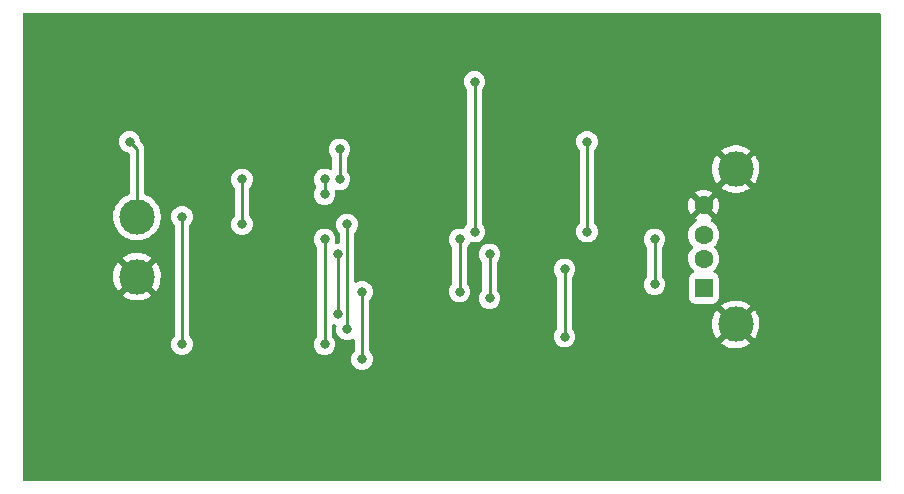
<source format=gbr>
%TF.GenerationSoftware,KiCad,Pcbnew,(6.0.4)*%
%TF.CreationDate,2022-04-26T23:43:01-07:00*%
%TF.ProjectId,SolarChargerV2,536f6c61-7243-4686-9172-67657256322e,rev?*%
%TF.SameCoordinates,Original*%
%TF.FileFunction,Copper,L2,Bot*%
%TF.FilePolarity,Positive*%
%FSLAX46Y46*%
G04 Gerber Fmt 4.6, Leading zero omitted, Abs format (unit mm)*
G04 Created by KiCad (PCBNEW (6.0.4)) date 2022-04-26 23:43:01*
%MOMM*%
%LPD*%
G01*
G04 APERTURE LIST*
%TA.AperFunction,ComponentPad*%
%ADD10C,3.000000*%
%TD*%
%TA.AperFunction,ComponentPad*%
%ADD11R,1.500000X1.600000*%
%TD*%
%TA.AperFunction,ComponentPad*%
%ADD12C,1.600000*%
%TD*%
%TA.AperFunction,ViaPad*%
%ADD13C,0.800000*%
%TD*%
%TA.AperFunction,Conductor*%
%ADD14C,0.250000*%
%TD*%
G04 APERTURE END LIST*
D10*
%TO.P,SC1,1,+*%
%TO.N,Net-(C1-Pad1)*%
X104140000Y-68580000D03*
%TO.P,SC1,2,-*%
%TO.N,GND*%
X104140000Y-73660000D03*
%TD*%
D11*
%TO.P,J1,1,VBUS*%
%TO.N,Net-(C7-Pad1)*%
X152120000Y-74620000D03*
D12*
%TO.P,J1,2,D-*%
%TO.N,unconnected-(J1-Pad2)*%
X152120000Y-72120000D03*
%TO.P,J1,3,D+*%
%TO.N,unconnected-(J1-Pad3)*%
X152120000Y-70120000D03*
%TO.P,J1,4,GND*%
%TO.N,GND*%
X152120000Y-67620000D03*
D10*
%TO.P,J1,5,Shield*%
X154830000Y-64550000D03*
X154830000Y-77690000D03*
%TD*%
D13*
%TO.N,Net-(C4-Pad1)*%
X120015000Y-70485000D03*
X120015000Y-79375000D03*
%TO.N,Net-(C5-Pad1)*%
X140335000Y-78740000D03*
X140335000Y-73025000D03*
%TO.N,GND*%
X127000000Y-81915000D03*
X100965000Y-64365000D03*
X127000000Y-74205500D03*
X147320000Y-64770000D03*
X104140000Y-76835000D03*
X147320000Y-59690000D03*
X109855000Y-74930000D03*
X109855000Y-79375000D03*
X100965000Y-73660000D03*
X104140000Y-83820000D03*
X109855000Y-82550000D03*
%TO.N,Net-(C1-Pad1)*%
X103505000Y-62230000D03*
X107950000Y-79375000D03*
X107950000Y-68580000D03*
%TO.N,Net-(C2-Pad1)*%
X120015000Y-65405000D03*
X113030000Y-69215000D03*
X120015000Y-66675000D03*
X113030000Y-65405000D03*
%TO.N,Net-(R3-Pad1)*%
X123190000Y-74930000D03*
X131445000Y-70485000D03*
X131445000Y-74930000D03*
X123190000Y-80645000D03*
%TO.N,Net-(R4-Pad1)*%
X121920000Y-69215000D03*
X121920000Y-78105000D03*
%TO.N,Net-(C7-Pad1)*%
X142240000Y-62230000D03*
X147955000Y-70485000D03*
X142240000Y-69850000D03*
X147955000Y-74295000D03*
%TO.N,Net-(R6-Pad2)*%
X121195500Y-71755000D03*
X121195500Y-76835000D03*
%TO.N,Net-(Q1-Pad4)*%
X133985000Y-71755000D03*
X133985000Y-75475500D03*
%TO.N,Net-(C6-Pad1)*%
X132715000Y-69850000D03*
X132715000Y-57150000D03*
%TO.N,Net-(C6-Pad2)*%
X121285000Y-65405000D03*
X121285000Y-62865000D03*
%TD*%
D14*
%TO.N,Net-(C4-Pad1)*%
X120015000Y-79375000D02*
X120015000Y-70485000D01*
%TO.N,Net-(C5-Pad1)*%
X140335000Y-78740000D02*
X140335000Y-73025000D01*
%TO.N,GND*%
X147320000Y-64770000D02*
X147320000Y-59690000D01*
X104140000Y-83820000D02*
X104140000Y-76835000D01*
X127000000Y-74205500D02*
X127000000Y-81915000D01*
X109855000Y-82550000D02*
X109855000Y-79375000D01*
X100965000Y-64365000D02*
X100965000Y-73660000D01*
X109855000Y-74930000D02*
X109855000Y-79375000D01*
%TO.N,Net-(C1-Pad1)*%
X107950000Y-79375000D02*
X107950000Y-68580000D01*
X104140000Y-62865000D02*
X104140000Y-68580000D01*
X103505000Y-62230000D02*
X104140000Y-62865000D01*
%TO.N,Net-(C2-Pad1)*%
X113030000Y-69215000D02*
X113030000Y-65405000D01*
X120015000Y-65405000D02*
X120015000Y-66675000D01*
%TO.N,Net-(R3-Pad1)*%
X131445000Y-74930000D02*
X131445000Y-70485000D01*
X123190000Y-80645000D02*
X123190000Y-74930000D01*
%TO.N,Net-(R4-Pad1)*%
X121920000Y-69215000D02*
X121920000Y-78105000D01*
%TO.N,Net-(C7-Pad1)*%
X142240000Y-62230000D02*
X142240000Y-69850000D01*
X147955000Y-74295000D02*
X147955000Y-70485000D01*
%TO.N,Net-(R6-Pad2)*%
X121195500Y-71755000D02*
X121195500Y-76835000D01*
%TO.N,Net-(Q1-Pad4)*%
X133985000Y-71755000D02*
X133985000Y-75475500D01*
%TO.N,Net-(C6-Pad1)*%
X132715000Y-69850000D02*
X132715000Y-57150000D01*
%TO.N,Net-(C6-Pad2)*%
X121285000Y-62865000D02*
X121285000Y-65405000D01*
%TD*%
%TA.AperFunction,Conductor*%
%TO.N,GND*%
G36*
X167073621Y-51328502D02*
G01*
X167120114Y-51382158D01*
X167131500Y-51434500D01*
X167131500Y-90805500D01*
X167111498Y-90873621D01*
X167057842Y-90920114D01*
X167005500Y-90931500D01*
X94614500Y-90931500D01*
X94546379Y-90911498D01*
X94499886Y-90857842D01*
X94488500Y-90805500D01*
X94488500Y-79375000D01*
X107036496Y-79375000D01*
X107037186Y-79381565D01*
X107053187Y-79533803D01*
X107056458Y-79564928D01*
X107115473Y-79746556D01*
X107210960Y-79911944D01*
X107338747Y-80053866D01*
X107493248Y-80166118D01*
X107499276Y-80168802D01*
X107499278Y-80168803D01*
X107661681Y-80241109D01*
X107667712Y-80243794D01*
X107761113Y-80263647D01*
X107848056Y-80282128D01*
X107848061Y-80282128D01*
X107854513Y-80283500D01*
X108045487Y-80283500D01*
X108051939Y-80282128D01*
X108051944Y-80282128D01*
X108138887Y-80263647D01*
X108232288Y-80243794D01*
X108238319Y-80241109D01*
X108400722Y-80168803D01*
X108400724Y-80168802D01*
X108406752Y-80166118D01*
X108561253Y-80053866D01*
X108689040Y-79911944D01*
X108784527Y-79746556D01*
X108843542Y-79564928D01*
X108846814Y-79533803D01*
X108862814Y-79381565D01*
X108863504Y-79375000D01*
X119101496Y-79375000D01*
X119102186Y-79381565D01*
X119118187Y-79533803D01*
X119121458Y-79564928D01*
X119180473Y-79746556D01*
X119275960Y-79911944D01*
X119403747Y-80053866D01*
X119558248Y-80166118D01*
X119564276Y-80168802D01*
X119564278Y-80168803D01*
X119726681Y-80241109D01*
X119732712Y-80243794D01*
X119826113Y-80263647D01*
X119913056Y-80282128D01*
X119913061Y-80282128D01*
X119919513Y-80283500D01*
X120110487Y-80283500D01*
X120116939Y-80282128D01*
X120116944Y-80282128D01*
X120203887Y-80263647D01*
X120297288Y-80243794D01*
X120303319Y-80241109D01*
X120465722Y-80168803D01*
X120465724Y-80168802D01*
X120471752Y-80166118D01*
X120626253Y-80053866D01*
X120754040Y-79911944D01*
X120849527Y-79746556D01*
X120908542Y-79564928D01*
X120911814Y-79533803D01*
X120927814Y-79381565D01*
X120928504Y-79375000D01*
X120908542Y-79185072D01*
X120849527Y-79003444D01*
X120754040Y-78838056D01*
X120680863Y-78756785D01*
X120650147Y-78692779D01*
X120648500Y-78672476D01*
X120648500Y-77779960D01*
X120668502Y-77711839D01*
X120722158Y-77665346D01*
X120792432Y-77655242D01*
X120825748Y-77664853D01*
X120853454Y-77677188D01*
X120888890Y-77692965D01*
X120913212Y-77703794D01*
X120919667Y-77705166D01*
X120919676Y-77705169D01*
X120946478Y-77710866D01*
X121008951Y-77744594D01*
X121043272Y-77806744D01*
X121040113Y-77873046D01*
X121026458Y-77915072D01*
X121006496Y-78105000D01*
X121007186Y-78111565D01*
X121018055Y-78214974D01*
X121026458Y-78294928D01*
X121085473Y-78476556D01*
X121180960Y-78641944D01*
X121308747Y-78783866D01*
X121463248Y-78896118D01*
X121469276Y-78898802D01*
X121469278Y-78898803D01*
X121631681Y-78971109D01*
X121637712Y-78973794D01*
X121731113Y-78993647D01*
X121818056Y-79012128D01*
X121818061Y-79012128D01*
X121824513Y-79013500D01*
X122015487Y-79013500D01*
X122021939Y-79012128D01*
X122021944Y-79012128D01*
X122108887Y-78993647D01*
X122202288Y-78973794D01*
X122226656Y-78962945D01*
X122376752Y-78896118D01*
X122377677Y-78898196D01*
X122436488Y-78883924D01*
X122503581Y-78907141D01*
X122547472Y-78962945D01*
X122556500Y-79009782D01*
X122556500Y-79942476D01*
X122536498Y-80010597D01*
X122524142Y-80026779D01*
X122450960Y-80108056D01*
X122355473Y-80273444D01*
X122296458Y-80455072D01*
X122276496Y-80645000D01*
X122296458Y-80834928D01*
X122355473Y-81016556D01*
X122450960Y-81181944D01*
X122578747Y-81323866D01*
X122733248Y-81436118D01*
X122739276Y-81438802D01*
X122739278Y-81438803D01*
X122901681Y-81511109D01*
X122907712Y-81513794D01*
X123001112Y-81533647D01*
X123088056Y-81552128D01*
X123088061Y-81552128D01*
X123094513Y-81553500D01*
X123285487Y-81553500D01*
X123291939Y-81552128D01*
X123291944Y-81552128D01*
X123378888Y-81533647D01*
X123472288Y-81513794D01*
X123478319Y-81511109D01*
X123640722Y-81438803D01*
X123640724Y-81438802D01*
X123646752Y-81436118D01*
X123801253Y-81323866D01*
X123929040Y-81181944D01*
X124024527Y-81016556D01*
X124083542Y-80834928D01*
X124103504Y-80645000D01*
X124083542Y-80455072D01*
X124024527Y-80273444D01*
X123929040Y-80108056D01*
X123855863Y-80026785D01*
X123825147Y-79962779D01*
X123823500Y-79942476D01*
X123823500Y-78740000D01*
X139421496Y-78740000D01*
X139422186Y-78746565D01*
X139438187Y-78898803D01*
X139441458Y-78929928D01*
X139500473Y-79111556D01*
X139595960Y-79276944D01*
X139723747Y-79418866D01*
X139878248Y-79531118D01*
X139884276Y-79533802D01*
X139884278Y-79533803D01*
X140046681Y-79606109D01*
X140052712Y-79608794D01*
X140146113Y-79628647D01*
X140233056Y-79647128D01*
X140233061Y-79647128D01*
X140239513Y-79648500D01*
X140430487Y-79648500D01*
X140436939Y-79647128D01*
X140436944Y-79647128D01*
X140523887Y-79628647D01*
X140617288Y-79608794D01*
X140623319Y-79606109D01*
X140785722Y-79533803D01*
X140785724Y-79533802D01*
X140791752Y-79531118D01*
X140946253Y-79418866D01*
X141071600Y-79279654D01*
X153605618Y-79279654D01*
X153612673Y-79289627D01*
X153643679Y-79315551D01*
X153650598Y-79320579D01*
X153875272Y-79461515D01*
X153882807Y-79465556D01*
X154124520Y-79574694D01*
X154132551Y-79577680D01*
X154386832Y-79653002D01*
X154395184Y-79654869D01*
X154657340Y-79694984D01*
X154665874Y-79695700D01*
X154931045Y-79699867D01*
X154939596Y-79699418D01*
X155202883Y-79667557D01*
X155211284Y-79665955D01*
X155467824Y-79598653D01*
X155475926Y-79595926D01*
X155720949Y-79494434D01*
X155728617Y-79490628D01*
X155957598Y-79356822D01*
X155964679Y-79352009D01*
X156044655Y-79289301D01*
X156053125Y-79277442D01*
X156046608Y-79265818D01*
X154842812Y-78062022D01*
X154828868Y-78054408D01*
X154827035Y-78054539D01*
X154820420Y-78058790D01*
X153612910Y-79266300D01*
X153605618Y-79279654D01*
X141071600Y-79279654D01*
X141074040Y-79276944D01*
X141169527Y-79111556D01*
X141228542Y-78929928D01*
X141231814Y-78898803D01*
X141247814Y-78746565D01*
X141248504Y-78740000D01*
X141228542Y-78550072D01*
X141169527Y-78368444D01*
X141074040Y-78203056D01*
X141000863Y-78121785D01*
X140970147Y-78057779D01*
X140968500Y-78037476D01*
X140968500Y-77673204D01*
X152817665Y-77673204D01*
X152832932Y-77937969D01*
X152834005Y-77946470D01*
X152885065Y-78206722D01*
X152887276Y-78214974D01*
X152973184Y-78465894D01*
X152976499Y-78473779D01*
X153095664Y-78710713D01*
X153100020Y-78718079D01*
X153229347Y-78906250D01*
X153239601Y-78914594D01*
X153253342Y-78907448D01*
X154457978Y-77702812D01*
X154464356Y-77691132D01*
X155194408Y-77691132D01*
X155194539Y-77692965D01*
X155198790Y-77699580D01*
X156405730Y-78906520D01*
X156417939Y-78913187D01*
X156429439Y-78904497D01*
X156526831Y-78771913D01*
X156531418Y-78764685D01*
X156657962Y-78531621D01*
X156661530Y-78523827D01*
X156755271Y-78275750D01*
X156757748Y-78267544D01*
X156816954Y-78009038D01*
X156818294Y-78000577D01*
X156842031Y-77734616D01*
X156842277Y-77729677D01*
X156842666Y-77692485D01*
X156842523Y-77687519D01*
X156824362Y-77421123D01*
X156823201Y-77412649D01*
X156769419Y-77152944D01*
X156767120Y-77144709D01*
X156678588Y-76894705D01*
X156675191Y-76886854D01*
X156553550Y-76651178D01*
X156549122Y-76643866D01*
X156430031Y-76474417D01*
X156419509Y-76466037D01*
X156406121Y-76473089D01*
X155202022Y-77677188D01*
X155194408Y-77691132D01*
X154464356Y-77691132D01*
X154465592Y-77688868D01*
X154465461Y-77687035D01*
X154461210Y-77680420D01*
X153253814Y-76473024D01*
X153241804Y-76466466D01*
X153230064Y-76475434D01*
X153121935Y-76625911D01*
X153117418Y-76633196D01*
X152993325Y-76867567D01*
X152989839Y-76875395D01*
X152898700Y-77124446D01*
X152896311Y-77132670D01*
X152839812Y-77391795D01*
X152838563Y-77400250D01*
X152817754Y-77664653D01*
X152817665Y-77673204D01*
X140968500Y-77673204D01*
X140968500Y-76102500D01*
X153606584Y-76102500D01*
X153612980Y-76113770D01*
X154817188Y-77317978D01*
X154831132Y-77325592D01*
X154832965Y-77325461D01*
X154839580Y-77321210D01*
X156046604Y-76114186D01*
X156053795Y-76101017D01*
X156046473Y-76090780D01*
X155999233Y-76052115D01*
X155992261Y-76047160D01*
X155766122Y-75908582D01*
X155758552Y-75904624D01*
X155515704Y-75798022D01*
X155507644Y-75795120D01*
X155252592Y-75722467D01*
X155244214Y-75720685D01*
X154981656Y-75683318D01*
X154973111Y-75682691D01*
X154707908Y-75681302D01*
X154699374Y-75681839D01*
X154436433Y-75716456D01*
X154428035Y-75718149D01*
X154172238Y-75788127D01*
X154164143Y-75790946D01*
X153920199Y-75894997D01*
X153912577Y-75898881D01*
X153685013Y-76035075D01*
X153677981Y-76039962D01*
X153615053Y-76090377D01*
X153606584Y-76102500D01*
X140968500Y-76102500D01*
X140968500Y-74295000D01*
X147041496Y-74295000D01*
X147061458Y-74484928D01*
X147120473Y-74666556D01*
X147123776Y-74672278D01*
X147123777Y-74672279D01*
X147132899Y-74688079D01*
X147215960Y-74831944D01*
X147343747Y-74973866D01*
X147498248Y-75086118D01*
X147504276Y-75088802D01*
X147504278Y-75088803D01*
X147666681Y-75161109D01*
X147672712Y-75163794D01*
X147766113Y-75183647D01*
X147853056Y-75202128D01*
X147853061Y-75202128D01*
X147859513Y-75203500D01*
X148050487Y-75203500D01*
X148056939Y-75202128D01*
X148056944Y-75202128D01*
X148143887Y-75183647D01*
X148237288Y-75163794D01*
X148243319Y-75161109D01*
X148405722Y-75088803D01*
X148405724Y-75088802D01*
X148411752Y-75086118D01*
X148566253Y-74973866D01*
X148694040Y-74831944D01*
X148777101Y-74688079D01*
X148786223Y-74672279D01*
X148786224Y-74672278D01*
X148789527Y-74666556D01*
X148848542Y-74484928D01*
X148868504Y-74295000D01*
X148853377Y-74151076D01*
X148849232Y-74111635D01*
X148849232Y-74111633D01*
X148848542Y-74105072D01*
X148789527Y-73923444D01*
X148780593Y-73907969D01*
X148697341Y-73763774D01*
X148694040Y-73758056D01*
X148620863Y-73676785D01*
X148590147Y-73612779D01*
X148588500Y-73592476D01*
X148588500Y-72120000D01*
X150806502Y-72120000D01*
X150826457Y-72348087D01*
X150827881Y-72353400D01*
X150827881Y-72353402D01*
X150850341Y-72437221D01*
X150885716Y-72569243D01*
X150888039Y-72574224D01*
X150888039Y-72574225D01*
X150980151Y-72771762D01*
X150980154Y-72771767D01*
X150982477Y-72776749D01*
X151113802Y-72964300D01*
X151272642Y-73123140D01*
X151306668Y-73185452D01*
X151301603Y-73256267D01*
X151259056Y-73313103D01*
X151227777Y-73330216D01*
X151181362Y-73347617D01*
X151131705Y-73366232D01*
X151131704Y-73366233D01*
X151123295Y-73369385D01*
X151006739Y-73456739D01*
X150919385Y-73573295D01*
X150868255Y-73709684D01*
X150861500Y-73771866D01*
X150861500Y-75468134D01*
X150868255Y-75530316D01*
X150919385Y-75666705D01*
X151006739Y-75783261D01*
X151123295Y-75870615D01*
X151259684Y-75921745D01*
X151321866Y-75928500D01*
X152918134Y-75928500D01*
X152980316Y-75921745D01*
X153116705Y-75870615D01*
X153233261Y-75783261D01*
X153320615Y-75666705D01*
X153371745Y-75530316D01*
X153378500Y-75468134D01*
X153378500Y-73771866D01*
X153371745Y-73709684D01*
X153320615Y-73573295D01*
X153233261Y-73456739D01*
X153116705Y-73369385D01*
X153108296Y-73366233D01*
X153108295Y-73366232D01*
X153058638Y-73347617D01*
X153012223Y-73330217D01*
X152955459Y-73287576D01*
X152930759Y-73221015D01*
X152945966Y-73151666D01*
X152967358Y-73123140D01*
X153126198Y-72964300D01*
X153257523Y-72776749D01*
X153259846Y-72771767D01*
X153259849Y-72771762D01*
X153351961Y-72574225D01*
X153351961Y-72574224D01*
X153354284Y-72569243D01*
X153389660Y-72437221D01*
X153412119Y-72353402D01*
X153412119Y-72353400D01*
X153413543Y-72348087D01*
X153433498Y-72120000D01*
X153413543Y-71891913D01*
X153409971Y-71878582D01*
X153355707Y-71676067D01*
X153355706Y-71676065D01*
X153354284Y-71670757D01*
X153345860Y-71652691D01*
X153259849Y-71468238D01*
X153259846Y-71468233D01*
X153257523Y-71463251D01*
X153126198Y-71275700D01*
X153059593Y-71209095D01*
X153025567Y-71146783D01*
X153030632Y-71075968D01*
X153059593Y-71030905D01*
X153126198Y-70964300D01*
X153257523Y-70776749D01*
X153259846Y-70771767D01*
X153259849Y-70771762D01*
X153351961Y-70574225D01*
X153351961Y-70574224D01*
X153354284Y-70569243D01*
X153357422Y-70557534D01*
X153412119Y-70353402D01*
X153412119Y-70353400D01*
X153413543Y-70348087D01*
X153433498Y-70120000D01*
X153413543Y-69891913D01*
X153411023Y-69882509D01*
X153355707Y-69676067D01*
X153355706Y-69676065D01*
X153354284Y-69670757D01*
X153349302Y-69660072D01*
X153259849Y-69468238D01*
X153259846Y-69468233D01*
X153257523Y-69463251D01*
X153148922Y-69308153D01*
X153129357Y-69280211D01*
X153129355Y-69280208D01*
X153126198Y-69275700D01*
X152964300Y-69113802D01*
X152959792Y-69110645D01*
X152959789Y-69110643D01*
X152781253Y-68985631D01*
X152776749Y-68982477D01*
X152771765Y-68980153D01*
X152769472Y-68978829D01*
X152720479Y-68927447D01*
X152707043Y-68857733D01*
X152733429Y-68791822D01*
X152769472Y-68760591D01*
X152781002Y-68753934D01*
X152833048Y-68717491D01*
X152841424Y-68707012D01*
X152834356Y-68693566D01*
X152132812Y-67992022D01*
X152118868Y-67984408D01*
X152117035Y-67984539D01*
X152110420Y-67988790D01*
X151404923Y-68694287D01*
X151398493Y-68706062D01*
X151407789Y-68718077D01*
X151458998Y-68753934D01*
X151470528Y-68760591D01*
X151519521Y-68811973D01*
X151532958Y-68881687D01*
X151506571Y-68947598D01*
X151470528Y-68978829D01*
X151468235Y-68980153D01*
X151463251Y-68982477D01*
X151458747Y-68985631D01*
X151280211Y-69110643D01*
X151280208Y-69110645D01*
X151275700Y-69113802D01*
X151113802Y-69275700D01*
X151110645Y-69280208D01*
X151110643Y-69280211D01*
X151091078Y-69308153D01*
X150982477Y-69463251D01*
X150980154Y-69468233D01*
X150980151Y-69468238D01*
X150890698Y-69660072D01*
X150885716Y-69670757D01*
X150884294Y-69676065D01*
X150884293Y-69676067D01*
X150828977Y-69882509D01*
X150826457Y-69891913D01*
X150806502Y-70120000D01*
X150826457Y-70348087D01*
X150827881Y-70353400D01*
X150827881Y-70353402D01*
X150882579Y-70557534D01*
X150885716Y-70569243D01*
X150888039Y-70574224D01*
X150888039Y-70574225D01*
X150980151Y-70771762D01*
X150980154Y-70771767D01*
X150982477Y-70776749D01*
X151113802Y-70964300D01*
X151180407Y-71030905D01*
X151214433Y-71093217D01*
X151209368Y-71164032D01*
X151180407Y-71209095D01*
X151113802Y-71275700D01*
X150982477Y-71463251D01*
X150980154Y-71468233D01*
X150980151Y-71468238D01*
X150894140Y-71652691D01*
X150885716Y-71670757D01*
X150884294Y-71676065D01*
X150884293Y-71676067D01*
X150830029Y-71878582D01*
X150826457Y-71891913D01*
X150806502Y-72120000D01*
X148588500Y-72120000D01*
X148588500Y-71187524D01*
X148608502Y-71119403D01*
X148620858Y-71103221D01*
X148694040Y-71021944D01*
X148789527Y-70856556D01*
X148848542Y-70674928D01*
X148851814Y-70643803D01*
X148867814Y-70491565D01*
X148868504Y-70485000D01*
X148858198Y-70386944D01*
X148849232Y-70301635D01*
X148849232Y-70301633D01*
X148848542Y-70295072D01*
X148789527Y-70113444D01*
X148769494Y-70078745D01*
X148697341Y-69953774D01*
X148694040Y-69948056D01*
X148648744Y-69897749D01*
X148570675Y-69811045D01*
X148570674Y-69811044D01*
X148566253Y-69806134D01*
X148411752Y-69693882D01*
X148405724Y-69691198D01*
X148405722Y-69691197D01*
X148243319Y-69618891D01*
X148243318Y-69618891D01*
X148237288Y-69616206D01*
X148124721Y-69592279D01*
X148056944Y-69577872D01*
X148056939Y-69577872D01*
X148050487Y-69576500D01*
X147859513Y-69576500D01*
X147853061Y-69577872D01*
X147853056Y-69577872D01*
X147785279Y-69592279D01*
X147672712Y-69616206D01*
X147666682Y-69618891D01*
X147666681Y-69618891D01*
X147504278Y-69691197D01*
X147504276Y-69691198D01*
X147498248Y-69693882D01*
X147343747Y-69806134D01*
X147339326Y-69811044D01*
X147339325Y-69811045D01*
X147261257Y-69897749D01*
X147215960Y-69948056D01*
X147212659Y-69953774D01*
X147140507Y-70078745D01*
X147120473Y-70113444D01*
X147061458Y-70295072D01*
X147060768Y-70301633D01*
X147060768Y-70301635D01*
X147051802Y-70386944D01*
X147041496Y-70485000D01*
X147042186Y-70491565D01*
X147058187Y-70643803D01*
X147061458Y-70674928D01*
X147120473Y-70856556D01*
X147215960Y-71021944D01*
X147289137Y-71103215D01*
X147319853Y-71167221D01*
X147321500Y-71187524D01*
X147321500Y-73592476D01*
X147301498Y-73660597D01*
X147289142Y-73676779D01*
X147215960Y-73758056D01*
X147212659Y-73763774D01*
X147129408Y-73907969D01*
X147120473Y-73923444D01*
X147061458Y-74105072D01*
X147060768Y-74111633D01*
X147060768Y-74111635D01*
X147056623Y-74151076D01*
X147041496Y-74295000D01*
X140968500Y-74295000D01*
X140968500Y-73727524D01*
X140988502Y-73659403D01*
X141000858Y-73643221D01*
X141074040Y-73561944D01*
X141169527Y-73396556D01*
X141228542Y-73214928D01*
X141248504Y-73025000D01*
X141231657Y-72864705D01*
X141229232Y-72841635D01*
X141229232Y-72841633D01*
X141228542Y-72835072D01*
X141169527Y-72653444D01*
X141074040Y-72488056D01*
X140946253Y-72346134D01*
X140791752Y-72233882D01*
X140785724Y-72231198D01*
X140785722Y-72231197D01*
X140623319Y-72158891D01*
X140623318Y-72158891D01*
X140617288Y-72156206D01*
X140504721Y-72132279D01*
X140436944Y-72117872D01*
X140436939Y-72117872D01*
X140430487Y-72116500D01*
X140239513Y-72116500D01*
X140233061Y-72117872D01*
X140233056Y-72117872D01*
X140165279Y-72132279D01*
X140052712Y-72156206D01*
X140046682Y-72158891D01*
X140046681Y-72158891D01*
X139884278Y-72231197D01*
X139884276Y-72231198D01*
X139878248Y-72233882D01*
X139723747Y-72346134D01*
X139595960Y-72488056D01*
X139500473Y-72653444D01*
X139441458Y-72835072D01*
X139440768Y-72841633D01*
X139440768Y-72841635D01*
X139438343Y-72864705D01*
X139421496Y-73025000D01*
X139441458Y-73214928D01*
X139500473Y-73396556D01*
X139595960Y-73561944D01*
X139669137Y-73643215D01*
X139699853Y-73707221D01*
X139701500Y-73727524D01*
X139701500Y-78037476D01*
X139681498Y-78105597D01*
X139669142Y-78121779D01*
X139595960Y-78203056D01*
X139500473Y-78368444D01*
X139441458Y-78550072D01*
X139421496Y-78740000D01*
X123823500Y-78740000D01*
X123823500Y-75632524D01*
X123843502Y-75564403D01*
X123855858Y-75548221D01*
X123929040Y-75466944D01*
X124009940Y-75326822D01*
X124021223Y-75307279D01*
X124021224Y-75307278D01*
X124024527Y-75301556D01*
X124083542Y-75119928D01*
X124084562Y-75110229D01*
X124102814Y-74936565D01*
X124103504Y-74930000D01*
X130531496Y-74930000D01*
X130532186Y-74936565D01*
X130550439Y-75110229D01*
X130551458Y-75119928D01*
X130610473Y-75301556D01*
X130613776Y-75307278D01*
X130613777Y-75307279D01*
X130625060Y-75326822D01*
X130705960Y-75466944D01*
X130833747Y-75608866D01*
X130988248Y-75721118D01*
X130994276Y-75723802D01*
X130994278Y-75723803D01*
X131127824Y-75783261D01*
X131162712Y-75798794D01*
X131256112Y-75818647D01*
X131343056Y-75837128D01*
X131343061Y-75837128D01*
X131349513Y-75838500D01*
X131540487Y-75838500D01*
X131546939Y-75837128D01*
X131546944Y-75837128D01*
X131633888Y-75818647D01*
X131727288Y-75798794D01*
X131762176Y-75783261D01*
X131895722Y-75723803D01*
X131895724Y-75723802D01*
X131901752Y-75721118D01*
X132056253Y-75608866D01*
X132176336Y-75475500D01*
X133071496Y-75475500D01*
X133072186Y-75482065D01*
X133090709Y-75658297D01*
X133091458Y-75665428D01*
X133150473Y-75847056D01*
X133245960Y-76012444D01*
X133373747Y-76154366D01*
X133528248Y-76266618D01*
X133534276Y-76269302D01*
X133534278Y-76269303D01*
X133696681Y-76341609D01*
X133702712Y-76344294D01*
X133796112Y-76364147D01*
X133883056Y-76382628D01*
X133883061Y-76382628D01*
X133889513Y-76384000D01*
X134080487Y-76384000D01*
X134086939Y-76382628D01*
X134086944Y-76382628D01*
X134173888Y-76364147D01*
X134267288Y-76344294D01*
X134273319Y-76341609D01*
X134435722Y-76269303D01*
X134435724Y-76269302D01*
X134441752Y-76266618D01*
X134596253Y-76154366D01*
X134724040Y-76012444D01*
X134819527Y-75847056D01*
X134878542Y-75665428D01*
X134879292Y-75658297D01*
X134897814Y-75482065D01*
X134898504Y-75475500D01*
X134893881Y-75431515D01*
X134879232Y-75292135D01*
X134879232Y-75292133D01*
X134878542Y-75285572D01*
X134819527Y-75103944D01*
X134806995Y-75082237D01*
X134727341Y-74944274D01*
X134724040Y-74938556D01*
X134650863Y-74857285D01*
X134620147Y-74793279D01*
X134618500Y-74772976D01*
X134618500Y-72457524D01*
X134638502Y-72389403D01*
X134650858Y-72373221D01*
X134724040Y-72291944D01*
X134819527Y-72126556D01*
X134878542Y-71944928D01*
X134898504Y-71755000D01*
X134887751Y-71652691D01*
X134879232Y-71571635D01*
X134879232Y-71571633D01*
X134878542Y-71565072D01*
X134819527Y-71383444D01*
X134724040Y-71218056D01*
X134715972Y-71209095D01*
X134600675Y-71081045D01*
X134600674Y-71081044D01*
X134596253Y-71076134D01*
X134441752Y-70963882D01*
X134435724Y-70961198D01*
X134435722Y-70961197D01*
X134273319Y-70888891D01*
X134273318Y-70888891D01*
X134267288Y-70886206D01*
X134154712Y-70862277D01*
X134086944Y-70847872D01*
X134086939Y-70847872D01*
X134080487Y-70846500D01*
X133889513Y-70846500D01*
X133883061Y-70847872D01*
X133883056Y-70847872D01*
X133815288Y-70862277D01*
X133702712Y-70886206D01*
X133696682Y-70888891D01*
X133696681Y-70888891D01*
X133534278Y-70961197D01*
X133534276Y-70961198D01*
X133528248Y-70963882D01*
X133373747Y-71076134D01*
X133369326Y-71081044D01*
X133369325Y-71081045D01*
X133254029Y-71209095D01*
X133245960Y-71218056D01*
X133150473Y-71383444D01*
X133091458Y-71565072D01*
X133090768Y-71571633D01*
X133090768Y-71571635D01*
X133082249Y-71652691D01*
X133071496Y-71755000D01*
X133091458Y-71944928D01*
X133150473Y-72126556D01*
X133245960Y-72291944D01*
X133319137Y-72373215D01*
X133349853Y-72437221D01*
X133351500Y-72457524D01*
X133351500Y-74772976D01*
X133331498Y-74841097D01*
X133319142Y-74857279D01*
X133245960Y-74938556D01*
X133242659Y-74944274D01*
X133163006Y-75082237D01*
X133150473Y-75103944D01*
X133091458Y-75285572D01*
X133090768Y-75292133D01*
X133090768Y-75292135D01*
X133076119Y-75431515D01*
X133071496Y-75475500D01*
X132176336Y-75475500D01*
X132184040Y-75466944D01*
X132264940Y-75326822D01*
X132276223Y-75307279D01*
X132276224Y-75307278D01*
X132279527Y-75301556D01*
X132338542Y-75119928D01*
X132339562Y-75110229D01*
X132357814Y-74936565D01*
X132358504Y-74930000D01*
X132352855Y-74876250D01*
X132339232Y-74746635D01*
X132339232Y-74746633D01*
X132338542Y-74740072D01*
X132279527Y-74558444D01*
X132184040Y-74393056D01*
X132110863Y-74311785D01*
X132080147Y-74247779D01*
X132078500Y-74227476D01*
X132078500Y-71187524D01*
X132098502Y-71119403D01*
X132110858Y-71103221D01*
X132184040Y-71021944D01*
X132279527Y-70856556D01*
X132282795Y-70846500D01*
X132296235Y-70805135D01*
X132336309Y-70746530D01*
X132401706Y-70718893D01*
X132442265Y-70720825D01*
X132613056Y-70757128D01*
X132613061Y-70757128D01*
X132619513Y-70758500D01*
X132810487Y-70758500D01*
X132816939Y-70757128D01*
X132816944Y-70757128D01*
X132903887Y-70738647D01*
X132997288Y-70718794D01*
X133081706Y-70681209D01*
X133165722Y-70643803D01*
X133165724Y-70643802D01*
X133171752Y-70641118D01*
X133326253Y-70528866D01*
X133359839Y-70491565D01*
X133449621Y-70391852D01*
X133449622Y-70391851D01*
X133454040Y-70386944D01*
X133534700Y-70247237D01*
X133546223Y-70227279D01*
X133546224Y-70227278D01*
X133549527Y-70221556D01*
X133608542Y-70039928D01*
X133609600Y-70029867D01*
X133627814Y-69856565D01*
X133628504Y-69850000D01*
X141326496Y-69850000D01*
X141327186Y-69856565D01*
X141345401Y-70029867D01*
X141346458Y-70039928D01*
X141405473Y-70221556D01*
X141408776Y-70227278D01*
X141408777Y-70227279D01*
X141420300Y-70247237D01*
X141500960Y-70386944D01*
X141505378Y-70391851D01*
X141505379Y-70391852D01*
X141595161Y-70491565D01*
X141628747Y-70528866D01*
X141783248Y-70641118D01*
X141789276Y-70643802D01*
X141789278Y-70643803D01*
X141873294Y-70681209D01*
X141957712Y-70718794D01*
X142051113Y-70738647D01*
X142138056Y-70757128D01*
X142138061Y-70757128D01*
X142144513Y-70758500D01*
X142335487Y-70758500D01*
X142341939Y-70757128D01*
X142341944Y-70757128D01*
X142428887Y-70738647D01*
X142522288Y-70718794D01*
X142606706Y-70681209D01*
X142690722Y-70643803D01*
X142690724Y-70643802D01*
X142696752Y-70641118D01*
X142851253Y-70528866D01*
X142884839Y-70491565D01*
X142974621Y-70391852D01*
X142974622Y-70391851D01*
X142979040Y-70386944D01*
X143059700Y-70247237D01*
X143071223Y-70227279D01*
X143071224Y-70227278D01*
X143074527Y-70221556D01*
X143133542Y-70039928D01*
X143134600Y-70029867D01*
X143152814Y-69856565D01*
X143153504Y-69850000D01*
X143142597Y-69746226D01*
X143134232Y-69666635D01*
X143134232Y-69666633D01*
X143133542Y-69660072D01*
X143074527Y-69478444D01*
X142979040Y-69313056D01*
X142905863Y-69231785D01*
X142875147Y-69167779D01*
X142873500Y-69147476D01*
X142873500Y-67625475D01*
X150807483Y-67625475D01*
X150826472Y-67842519D01*
X150828375Y-67853312D01*
X150884764Y-68063761D01*
X150888510Y-68074053D01*
X150980586Y-68271511D01*
X150986069Y-68281006D01*
X151022509Y-68333048D01*
X151032988Y-68341424D01*
X151046434Y-68334356D01*
X151747978Y-67632812D01*
X151754356Y-67621132D01*
X152484408Y-67621132D01*
X152484539Y-67622965D01*
X152488790Y-67629580D01*
X153194287Y-68335077D01*
X153206062Y-68341507D01*
X153218077Y-68332211D01*
X153253931Y-68281006D01*
X153259414Y-68271511D01*
X153351490Y-68074053D01*
X153355236Y-68063761D01*
X153411625Y-67853312D01*
X153413528Y-67842519D01*
X153432517Y-67625475D01*
X153432517Y-67614525D01*
X153413528Y-67397481D01*
X153411625Y-67386688D01*
X153355236Y-67176239D01*
X153351490Y-67165947D01*
X153259414Y-66968489D01*
X153253931Y-66958994D01*
X153217491Y-66906952D01*
X153207012Y-66898576D01*
X153193566Y-66905644D01*
X152492022Y-67607188D01*
X152484408Y-67621132D01*
X151754356Y-67621132D01*
X151755592Y-67618868D01*
X151755461Y-67617035D01*
X151751210Y-67610420D01*
X151045713Y-66904923D01*
X151033938Y-66898493D01*
X151021923Y-66907789D01*
X150986069Y-66958994D01*
X150980586Y-66968489D01*
X150888510Y-67165947D01*
X150884764Y-67176239D01*
X150828375Y-67386688D01*
X150826472Y-67397481D01*
X150807483Y-67614525D01*
X150807483Y-67625475D01*
X142873500Y-67625475D01*
X142873500Y-66532988D01*
X151398576Y-66532988D01*
X151405644Y-66546434D01*
X152107188Y-67247978D01*
X152121132Y-67255592D01*
X152122965Y-67255461D01*
X152129580Y-67251210D01*
X152835077Y-66545713D01*
X152841507Y-66533938D01*
X152832211Y-66521923D01*
X152781006Y-66486069D01*
X152771511Y-66480586D01*
X152574053Y-66388510D01*
X152563761Y-66384764D01*
X152353312Y-66328375D01*
X152342519Y-66326472D01*
X152125475Y-66307483D01*
X152114525Y-66307483D01*
X151897481Y-66326472D01*
X151886688Y-66328375D01*
X151676239Y-66384764D01*
X151665947Y-66388510D01*
X151468489Y-66480586D01*
X151458994Y-66486069D01*
X151406952Y-66522509D01*
X151398576Y-66532988D01*
X142873500Y-66532988D01*
X142873500Y-66139654D01*
X153605618Y-66139654D01*
X153612673Y-66149627D01*
X153643679Y-66175551D01*
X153650598Y-66180579D01*
X153875272Y-66321515D01*
X153882807Y-66325556D01*
X154124520Y-66434694D01*
X154132551Y-66437680D01*
X154386832Y-66513002D01*
X154395184Y-66514869D01*
X154657340Y-66554984D01*
X154665874Y-66555700D01*
X154931045Y-66559867D01*
X154939596Y-66559418D01*
X155202883Y-66527557D01*
X155211284Y-66525955D01*
X155467824Y-66458653D01*
X155475926Y-66455926D01*
X155720949Y-66354434D01*
X155728617Y-66350628D01*
X155957598Y-66216822D01*
X155964679Y-66212009D01*
X156044655Y-66149301D01*
X156053125Y-66137442D01*
X156046608Y-66125818D01*
X154842812Y-64922022D01*
X154828868Y-64914408D01*
X154827035Y-64914539D01*
X154820420Y-64918790D01*
X153612910Y-66126300D01*
X153605618Y-66139654D01*
X142873500Y-66139654D01*
X142873500Y-64533204D01*
X152817665Y-64533204D01*
X152832932Y-64797969D01*
X152834005Y-64806470D01*
X152885065Y-65066722D01*
X152887276Y-65074974D01*
X152973184Y-65325894D01*
X152976499Y-65333779D01*
X153095664Y-65570713D01*
X153100020Y-65578079D01*
X153229347Y-65766250D01*
X153239601Y-65774594D01*
X153253342Y-65767448D01*
X154457978Y-64562812D01*
X154464356Y-64551132D01*
X155194408Y-64551132D01*
X155194539Y-64552965D01*
X155198790Y-64559580D01*
X156405730Y-65766520D01*
X156417939Y-65773187D01*
X156429439Y-65764497D01*
X156526831Y-65631913D01*
X156531418Y-65624685D01*
X156657962Y-65391621D01*
X156661530Y-65383827D01*
X156755271Y-65135750D01*
X156757748Y-65127544D01*
X156816954Y-64869038D01*
X156818294Y-64860577D01*
X156842031Y-64594616D01*
X156842277Y-64589677D01*
X156842666Y-64552485D01*
X156842523Y-64547519D01*
X156824362Y-64281123D01*
X156823201Y-64272649D01*
X156769419Y-64012944D01*
X156767120Y-64004709D01*
X156678588Y-63754705D01*
X156675191Y-63746854D01*
X156553550Y-63511178D01*
X156549122Y-63503866D01*
X156430031Y-63334417D01*
X156419509Y-63326037D01*
X156406121Y-63333089D01*
X155202022Y-64537188D01*
X155194408Y-64551132D01*
X154464356Y-64551132D01*
X154465592Y-64548868D01*
X154465461Y-64547035D01*
X154461210Y-64540420D01*
X153253814Y-63333024D01*
X153241804Y-63326466D01*
X153230064Y-63335434D01*
X153121935Y-63485911D01*
X153117418Y-63493196D01*
X152993325Y-63727567D01*
X152989839Y-63735395D01*
X152898700Y-63984446D01*
X152896311Y-63992670D01*
X152839812Y-64251795D01*
X152838563Y-64260250D01*
X152817754Y-64524653D01*
X152817665Y-64533204D01*
X142873500Y-64533204D01*
X142873500Y-62962500D01*
X153606584Y-62962500D01*
X153612980Y-62973770D01*
X154817188Y-64177978D01*
X154831132Y-64185592D01*
X154832965Y-64185461D01*
X154839580Y-64181210D01*
X156046604Y-62974186D01*
X156053795Y-62961017D01*
X156046473Y-62950780D01*
X155999233Y-62912115D01*
X155992261Y-62907160D01*
X155766122Y-62768582D01*
X155758552Y-62764624D01*
X155515704Y-62658022D01*
X155507644Y-62655120D01*
X155252592Y-62582467D01*
X155244214Y-62580685D01*
X154981656Y-62543318D01*
X154973111Y-62542691D01*
X154707908Y-62541302D01*
X154699374Y-62541839D01*
X154436433Y-62576456D01*
X154428035Y-62578149D01*
X154172238Y-62648127D01*
X154164143Y-62650946D01*
X153920199Y-62754997D01*
X153912577Y-62758881D01*
X153685013Y-62895075D01*
X153677981Y-62899962D01*
X153615053Y-62950377D01*
X153606584Y-62962500D01*
X142873500Y-62962500D01*
X142873500Y-62932524D01*
X142893502Y-62864403D01*
X142905858Y-62848221D01*
X142979040Y-62766944D01*
X143074527Y-62601556D01*
X143133542Y-62419928D01*
X143153504Y-62230000D01*
X143148485Y-62182251D01*
X143134232Y-62046635D01*
X143134232Y-62046633D01*
X143133542Y-62040072D01*
X143074527Y-61858444D01*
X142979040Y-61693056D01*
X142851253Y-61551134D01*
X142696752Y-61438882D01*
X142690724Y-61436198D01*
X142690722Y-61436197D01*
X142528319Y-61363891D01*
X142528318Y-61363891D01*
X142522288Y-61361206D01*
X142428887Y-61341353D01*
X142341944Y-61322872D01*
X142341939Y-61322872D01*
X142335487Y-61321500D01*
X142144513Y-61321500D01*
X142138061Y-61322872D01*
X142138056Y-61322872D01*
X142051113Y-61341353D01*
X141957712Y-61361206D01*
X141951682Y-61363891D01*
X141951681Y-61363891D01*
X141789278Y-61436197D01*
X141789276Y-61436198D01*
X141783248Y-61438882D01*
X141628747Y-61551134D01*
X141500960Y-61693056D01*
X141405473Y-61858444D01*
X141346458Y-62040072D01*
X141345768Y-62046633D01*
X141345768Y-62046635D01*
X141331515Y-62182251D01*
X141326496Y-62230000D01*
X141346458Y-62419928D01*
X141405473Y-62601556D01*
X141500960Y-62766944D01*
X141574137Y-62848215D01*
X141604853Y-62912221D01*
X141606500Y-62932524D01*
X141606500Y-69147476D01*
X141586498Y-69215597D01*
X141574142Y-69231779D01*
X141500960Y-69313056D01*
X141405473Y-69478444D01*
X141346458Y-69660072D01*
X141345768Y-69666633D01*
X141345768Y-69666635D01*
X141337403Y-69746226D01*
X141326496Y-69850000D01*
X133628504Y-69850000D01*
X133617597Y-69746226D01*
X133609232Y-69666635D01*
X133609232Y-69666633D01*
X133608542Y-69660072D01*
X133549527Y-69478444D01*
X133454040Y-69313056D01*
X133380863Y-69231785D01*
X133350147Y-69167779D01*
X133348500Y-69147476D01*
X133348500Y-57852524D01*
X133368502Y-57784403D01*
X133380858Y-57768221D01*
X133454040Y-57686944D01*
X133549527Y-57521556D01*
X133608542Y-57339928D01*
X133628504Y-57150000D01*
X133608542Y-56960072D01*
X133549527Y-56778444D01*
X133454040Y-56613056D01*
X133326253Y-56471134D01*
X133171752Y-56358882D01*
X133165724Y-56356198D01*
X133165722Y-56356197D01*
X133003319Y-56283891D01*
X133003318Y-56283891D01*
X132997288Y-56281206D01*
X132903887Y-56261353D01*
X132816944Y-56242872D01*
X132816939Y-56242872D01*
X132810487Y-56241500D01*
X132619513Y-56241500D01*
X132613061Y-56242872D01*
X132613056Y-56242872D01*
X132526113Y-56261353D01*
X132432712Y-56281206D01*
X132426682Y-56283891D01*
X132426681Y-56283891D01*
X132264278Y-56356197D01*
X132264276Y-56356198D01*
X132258248Y-56358882D01*
X132103747Y-56471134D01*
X131975960Y-56613056D01*
X131880473Y-56778444D01*
X131821458Y-56960072D01*
X131801496Y-57150000D01*
X131821458Y-57339928D01*
X131880473Y-57521556D01*
X131975960Y-57686944D01*
X132049137Y-57768215D01*
X132079853Y-57832221D01*
X132081500Y-57852524D01*
X132081500Y-69147476D01*
X132061498Y-69215597D01*
X132049142Y-69231779D01*
X131975960Y-69313056D01*
X131880473Y-69478444D01*
X131878433Y-69484724D01*
X131878432Y-69484725D01*
X131863765Y-69529865D01*
X131823691Y-69588470D01*
X131758294Y-69616107D01*
X131717735Y-69614175D01*
X131546944Y-69577872D01*
X131546939Y-69577872D01*
X131540487Y-69576500D01*
X131349513Y-69576500D01*
X131343061Y-69577872D01*
X131343056Y-69577872D01*
X131275279Y-69592279D01*
X131162712Y-69616206D01*
X131156682Y-69618891D01*
X131156681Y-69618891D01*
X130994278Y-69691197D01*
X130994276Y-69691198D01*
X130988248Y-69693882D01*
X130833747Y-69806134D01*
X130829326Y-69811044D01*
X130829325Y-69811045D01*
X130751257Y-69897749D01*
X130705960Y-69948056D01*
X130702659Y-69953774D01*
X130630507Y-70078745D01*
X130610473Y-70113444D01*
X130551458Y-70295072D01*
X130550768Y-70301633D01*
X130550768Y-70301635D01*
X130541802Y-70386944D01*
X130531496Y-70485000D01*
X130532186Y-70491565D01*
X130548187Y-70643803D01*
X130551458Y-70674928D01*
X130610473Y-70856556D01*
X130705960Y-71021944D01*
X130779137Y-71103215D01*
X130809853Y-71167221D01*
X130811500Y-71187524D01*
X130811500Y-74227476D01*
X130791498Y-74295597D01*
X130779142Y-74311779D01*
X130705960Y-74393056D01*
X130610473Y-74558444D01*
X130551458Y-74740072D01*
X130550768Y-74746633D01*
X130550768Y-74746635D01*
X130537145Y-74876250D01*
X130531496Y-74930000D01*
X124103504Y-74930000D01*
X124097855Y-74876250D01*
X124084232Y-74746635D01*
X124084232Y-74746633D01*
X124083542Y-74740072D01*
X124024527Y-74558444D01*
X123929040Y-74393056D01*
X123801253Y-74251134D01*
X123646752Y-74138882D01*
X123640724Y-74136198D01*
X123640722Y-74136197D01*
X123478319Y-74063891D01*
X123478318Y-74063891D01*
X123472288Y-74061206D01*
X123378887Y-74041353D01*
X123291944Y-74022872D01*
X123291939Y-74022872D01*
X123285487Y-74021500D01*
X123094513Y-74021500D01*
X123088061Y-74022872D01*
X123088056Y-74022872D01*
X123001113Y-74041353D01*
X122907712Y-74061206D01*
X122901682Y-74063891D01*
X122901681Y-74063891D01*
X122809187Y-74105072D01*
X122733248Y-74138882D01*
X122732323Y-74136804D01*
X122673512Y-74151076D01*
X122606419Y-74127859D01*
X122562528Y-74072055D01*
X122553500Y-74025218D01*
X122553500Y-69917524D01*
X122573502Y-69849403D01*
X122585858Y-69833221D01*
X122659040Y-69751944D01*
X122738581Y-69614175D01*
X122751223Y-69592279D01*
X122751224Y-69592278D01*
X122754527Y-69586556D01*
X122813542Y-69404928D01*
X122833504Y-69215000D01*
X122827921Y-69161877D01*
X122814232Y-69031635D01*
X122814232Y-69031633D01*
X122813542Y-69025072D01*
X122754527Y-68843444D01*
X122733199Y-68806502D01*
X122668411Y-68694287D01*
X122659040Y-68678056D01*
X122610933Y-68624627D01*
X122535675Y-68541045D01*
X122535674Y-68541044D01*
X122531253Y-68536134D01*
X122376752Y-68423882D01*
X122370724Y-68421198D01*
X122370722Y-68421197D01*
X122208319Y-68348891D01*
X122208318Y-68348891D01*
X122202288Y-68346206D01*
X122108888Y-68326353D01*
X122021944Y-68307872D01*
X122021939Y-68307872D01*
X122015487Y-68306500D01*
X121824513Y-68306500D01*
X121818061Y-68307872D01*
X121818056Y-68307872D01*
X121731112Y-68326353D01*
X121637712Y-68346206D01*
X121631682Y-68348891D01*
X121631681Y-68348891D01*
X121469278Y-68421197D01*
X121469276Y-68421198D01*
X121463248Y-68423882D01*
X121308747Y-68536134D01*
X121304326Y-68541044D01*
X121304325Y-68541045D01*
X121229068Y-68624627D01*
X121180960Y-68678056D01*
X121171589Y-68694287D01*
X121106802Y-68806502D01*
X121085473Y-68843444D01*
X121026458Y-69025072D01*
X121025768Y-69031633D01*
X121025768Y-69031635D01*
X121012079Y-69161877D01*
X121006496Y-69215000D01*
X121026458Y-69404928D01*
X121085473Y-69586556D01*
X121088776Y-69592278D01*
X121088777Y-69592279D01*
X121101419Y-69614175D01*
X121180960Y-69751944D01*
X121254137Y-69833215D01*
X121284853Y-69897221D01*
X121286500Y-69917524D01*
X121286500Y-70720500D01*
X121266498Y-70788621D01*
X121212842Y-70835114D01*
X121160500Y-70846500D01*
X121100013Y-70846500D01*
X121093561Y-70847872D01*
X121093556Y-70847872D01*
X121047924Y-70857572D01*
X120977133Y-70852170D01*
X120920501Y-70809353D01*
X120896007Y-70742716D01*
X120901894Y-70695390D01*
X120906502Y-70681209D01*
X120906504Y-70681202D01*
X120908542Y-70674928D01*
X120911814Y-70643803D01*
X120927814Y-70491565D01*
X120928504Y-70485000D01*
X120918198Y-70386944D01*
X120909232Y-70301635D01*
X120909232Y-70301633D01*
X120908542Y-70295072D01*
X120849527Y-70113444D01*
X120829494Y-70078745D01*
X120757341Y-69953774D01*
X120754040Y-69948056D01*
X120708744Y-69897749D01*
X120630675Y-69811045D01*
X120630674Y-69811044D01*
X120626253Y-69806134D01*
X120471752Y-69693882D01*
X120465724Y-69691198D01*
X120465722Y-69691197D01*
X120303319Y-69618891D01*
X120303318Y-69618891D01*
X120297288Y-69616206D01*
X120184721Y-69592279D01*
X120116944Y-69577872D01*
X120116939Y-69577872D01*
X120110487Y-69576500D01*
X119919513Y-69576500D01*
X119913061Y-69577872D01*
X119913056Y-69577872D01*
X119845279Y-69592279D01*
X119732712Y-69616206D01*
X119726682Y-69618891D01*
X119726681Y-69618891D01*
X119564278Y-69691197D01*
X119564276Y-69691198D01*
X119558248Y-69693882D01*
X119403747Y-69806134D01*
X119399326Y-69811044D01*
X119399325Y-69811045D01*
X119321257Y-69897749D01*
X119275960Y-69948056D01*
X119272659Y-69953774D01*
X119200507Y-70078745D01*
X119180473Y-70113444D01*
X119121458Y-70295072D01*
X119120768Y-70301633D01*
X119120768Y-70301635D01*
X119111802Y-70386944D01*
X119101496Y-70485000D01*
X119102186Y-70491565D01*
X119118187Y-70643803D01*
X119121458Y-70674928D01*
X119180473Y-70856556D01*
X119275960Y-71021944D01*
X119349137Y-71103215D01*
X119379853Y-71167221D01*
X119381500Y-71187524D01*
X119381500Y-78672476D01*
X119361498Y-78740597D01*
X119349142Y-78756779D01*
X119275960Y-78838056D01*
X119180473Y-79003444D01*
X119121458Y-79185072D01*
X119101496Y-79375000D01*
X108863504Y-79375000D01*
X108843542Y-79185072D01*
X108784527Y-79003444D01*
X108689040Y-78838056D01*
X108615863Y-78756785D01*
X108585147Y-78692779D01*
X108583500Y-78672476D01*
X108583500Y-69282524D01*
X108603327Y-69215000D01*
X112116496Y-69215000D01*
X112136458Y-69404928D01*
X112195473Y-69586556D01*
X112198776Y-69592278D01*
X112198777Y-69592279D01*
X112211419Y-69614175D01*
X112290960Y-69751944D01*
X112295375Y-69756847D01*
X112295379Y-69756852D01*
X112405750Y-69879431D01*
X112418747Y-69893866D01*
X112573248Y-70006118D01*
X112579276Y-70008802D01*
X112579278Y-70008803D01*
X112741681Y-70081109D01*
X112747712Y-70083794D01*
X112841112Y-70103647D01*
X112928056Y-70122128D01*
X112928061Y-70122128D01*
X112934513Y-70123500D01*
X113125487Y-70123500D01*
X113131939Y-70122128D01*
X113131944Y-70122128D01*
X113218888Y-70103647D01*
X113312288Y-70083794D01*
X113318319Y-70081109D01*
X113480722Y-70008803D01*
X113480724Y-70008802D01*
X113486752Y-70006118D01*
X113641253Y-69893866D01*
X113654250Y-69879431D01*
X113764621Y-69756852D01*
X113764625Y-69756847D01*
X113769040Y-69751944D01*
X113848581Y-69614175D01*
X113861223Y-69592279D01*
X113861224Y-69592278D01*
X113864527Y-69586556D01*
X113923542Y-69404928D01*
X113943504Y-69215000D01*
X113937921Y-69161877D01*
X113924232Y-69031635D01*
X113924232Y-69031633D01*
X113923542Y-69025072D01*
X113864527Y-68843444D01*
X113843199Y-68806502D01*
X113778411Y-68694287D01*
X113769040Y-68678056D01*
X113695863Y-68596785D01*
X113665147Y-68532779D01*
X113663500Y-68512476D01*
X113663500Y-66675000D01*
X119101496Y-66675000D01*
X119102186Y-66681565D01*
X119113010Y-66784546D01*
X119121458Y-66864928D01*
X119180473Y-67046556D01*
X119183776Y-67052278D01*
X119183777Y-67052279D01*
X119212022Y-67101200D01*
X119275960Y-67211944D01*
X119403747Y-67353866D01*
X119558248Y-67466118D01*
X119564276Y-67468802D01*
X119564278Y-67468803D01*
X119726681Y-67541109D01*
X119732712Y-67543794D01*
X119826112Y-67563647D01*
X119913056Y-67582128D01*
X119913061Y-67582128D01*
X119919513Y-67583500D01*
X120110487Y-67583500D01*
X120116939Y-67582128D01*
X120116944Y-67582128D01*
X120203888Y-67563647D01*
X120297288Y-67543794D01*
X120303319Y-67541109D01*
X120465722Y-67468803D01*
X120465724Y-67468802D01*
X120471752Y-67466118D01*
X120626253Y-67353866D01*
X120754040Y-67211944D01*
X120817978Y-67101200D01*
X120846223Y-67052279D01*
X120846224Y-67052278D01*
X120849527Y-67046556D01*
X120908542Y-66864928D01*
X120916991Y-66784546D01*
X120927814Y-66681565D01*
X120928504Y-66675000D01*
X120908542Y-66485072D01*
X120895254Y-66444176D01*
X120893226Y-66373209D01*
X120929889Y-66312411D01*
X120993601Y-66281085D01*
X121041284Y-66281993D01*
X121183056Y-66312128D01*
X121183061Y-66312128D01*
X121189513Y-66313500D01*
X121380487Y-66313500D01*
X121386939Y-66312128D01*
X121386944Y-66312128D01*
X121473888Y-66293647D01*
X121567288Y-66273794D01*
X121695250Y-66216822D01*
X121735722Y-66198803D01*
X121735724Y-66198802D01*
X121741752Y-66196118D01*
X121896253Y-66083866D01*
X122024040Y-65941944D01*
X122119527Y-65776556D01*
X122178542Y-65594928D01*
X122198504Y-65405000D01*
X122196279Y-65383827D01*
X122179232Y-65221635D01*
X122179232Y-65221633D01*
X122178542Y-65215072D01*
X122119527Y-65033444D01*
X122024040Y-64868056D01*
X121950863Y-64786785D01*
X121920147Y-64722779D01*
X121918500Y-64702476D01*
X121918500Y-63567524D01*
X121938502Y-63499403D01*
X121950858Y-63483221D01*
X122024040Y-63401944D01*
X122119527Y-63236556D01*
X122178542Y-63054928D01*
X122181814Y-63023803D01*
X122197814Y-62871565D01*
X122198504Y-62865000D01*
X122184960Y-62736133D01*
X122179232Y-62681635D01*
X122179232Y-62681633D01*
X122178542Y-62675072D01*
X122119527Y-62493444D01*
X122112033Y-62480463D01*
X122027341Y-62333774D01*
X122024040Y-62328056D01*
X121896253Y-62186134D01*
X121741752Y-62073882D01*
X121735724Y-62071198D01*
X121735722Y-62071197D01*
X121573319Y-61998891D01*
X121573318Y-61998891D01*
X121567288Y-61996206D01*
X121473888Y-61976353D01*
X121386944Y-61957872D01*
X121386939Y-61957872D01*
X121380487Y-61956500D01*
X121189513Y-61956500D01*
X121183061Y-61957872D01*
X121183056Y-61957872D01*
X121096112Y-61976353D01*
X121002712Y-61996206D01*
X120996682Y-61998891D01*
X120996681Y-61998891D01*
X120834278Y-62071197D01*
X120834276Y-62071198D01*
X120828248Y-62073882D01*
X120673747Y-62186134D01*
X120545960Y-62328056D01*
X120542659Y-62333774D01*
X120457968Y-62480463D01*
X120450473Y-62493444D01*
X120391458Y-62675072D01*
X120390768Y-62681633D01*
X120390768Y-62681635D01*
X120385040Y-62736133D01*
X120371496Y-62865000D01*
X120372186Y-62871565D01*
X120388187Y-63023803D01*
X120391458Y-63054928D01*
X120450473Y-63236556D01*
X120545960Y-63401944D01*
X120619137Y-63483215D01*
X120649853Y-63547221D01*
X120651500Y-63567524D01*
X120651500Y-64500218D01*
X120631498Y-64568339D01*
X120577842Y-64614832D01*
X120507568Y-64624936D01*
X120472270Y-64612718D01*
X120471752Y-64613882D01*
X120303319Y-64538891D01*
X120303318Y-64538891D01*
X120297288Y-64536206D01*
X120203888Y-64516353D01*
X120116944Y-64497872D01*
X120116939Y-64497872D01*
X120110487Y-64496500D01*
X119919513Y-64496500D01*
X119913061Y-64497872D01*
X119913056Y-64497872D01*
X119826112Y-64516353D01*
X119732712Y-64536206D01*
X119726682Y-64538891D01*
X119726681Y-64538891D01*
X119564278Y-64611197D01*
X119564276Y-64611198D01*
X119558248Y-64613882D01*
X119552907Y-64617762D01*
X119552906Y-64617763D01*
X119502843Y-64654136D01*
X119403747Y-64726134D01*
X119399326Y-64731044D01*
X119399325Y-64731045D01*
X119339067Y-64797969D01*
X119275960Y-64868056D01*
X119180473Y-65033444D01*
X119121458Y-65215072D01*
X119120768Y-65221633D01*
X119120768Y-65221635D01*
X119103721Y-65383827D01*
X119101496Y-65405000D01*
X119121458Y-65594928D01*
X119180473Y-65776556D01*
X119275960Y-65941944D01*
X119288338Y-65955691D01*
X119319054Y-66019697D01*
X119310290Y-66090150D01*
X119288339Y-66124307D01*
X119275960Y-66138056D01*
X119180473Y-66303444D01*
X119121458Y-66485072D01*
X119101496Y-66675000D01*
X113663500Y-66675000D01*
X113663500Y-66107524D01*
X113683502Y-66039403D01*
X113695858Y-66023221D01*
X113769040Y-65941944D01*
X113864527Y-65776556D01*
X113923542Y-65594928D01*
X113943504Y-65405000D01*
X113941279Y-65383827D01*
X113924232Y-65221635D01*
X113924232Y-65221633D01*
X113923542Y-65215072D01*
X113864527Y-65033444D01*
X113769040Y-64868056D01*
X113705934Y-64797969D01*
X113645675Y-64731045D01*
X113645674Y-64731044D01*
X113641253Y-64726134D01*
X113542157Y-64654136D01*
X113492094Y-64617763D01*
X113492093Y-64617762D01*
X113486752Y-64613882D01*
X113480724Y-64611198D01*
X113480722Y-64611197D01*
X113318319Y-64538891D01*
X113318318Y-64538891D01*
X113312288Y-64536206D01*
X113218888Y-64516353D01*
X113131944Y-64497872D01*
X113131939Y-64497872D01*
X113125487Y-64496500D01*
X112934513Y-64496500D01*
X112928061Y-64497872D01*
X112928056Y-64497872D01*
X112841112Y-64516353D01*
X112747712Y-64536206D01*
X112741682Y-64538891D01*
X112741681Y-64538891D01*
X112579278Y-64611197D01*
X112579276Y-64611198D01*
X112573248Y-64613882D01*
X112567907Y-64617762D01*
X112567906Y-64617763D01*
X112517843Y-64654136D01*
X112418747Y-64726134D01*
X112414326Y-64731044D01*
X112414325Y-64731045D01*
X112354067Y-64797969D01*
X112290960Y-64868056D01*
X112195473Y-65033444D01*
X112136458Y-65215072D01*
X112135768Y-65221633D01*
X112135768Y-65221635D01*
X112118721Y-65383827D01*
X112116496Y-65405000D01*
X112136458Y-65594928D01*
X112195473Y-65776556D01*
X112290960Y-65941944D01*
X112364137Y-66023215D01*
X112394853Y-66087221D01*
X112396500Y-66107524D01*
X112396500Y-68512476D01*
X112376498Y-68580597D01*
X112364142Y-68596779D01*
X112290960Y-68678056D01*
X112281589Y-68694287D01*
X112216802Y-68806502D01*
X112195473Y-68843444D01*
X112136458Y-69025072D01*
X112135768Y-69031633D01*
X112135768Y-69031635D01*
X112122079Y-69161877D01*
X112116496Y-69215000D01*
X108603327Y-69215000D01*
X108603502Y-69214403D01*
X108615858Y-69198221D01*
X108689040Y-69116944D01*
X108784527Y-68951556D01*
X108843542Y-68769928D01*
X108844524Y-68760591D01*
X108862814Y-68586565D01*
X108863504Y-68580000D01*
X108856407Y-68512476D01*
X108844232Y-68396635D01*
X108844232Y-68396633D01*
X108843542Y-68390072D01*
X108784527Y-68208444D01*
X108689040Y-68043056D01*
X108561253Y-67901134D01*
X108406752Y-67788882D01*
X108400724Y-67786198D01*
X108400722Y-67786197D01*
X108238319Y-67713891D01*
X108238318Y-67713891D01*
X108232288Y-67711206D01*
X108138888Y-67691353D01*
X108051944Y-67672872D01*
X108051939Y-67672872D01*
X108045487Y-67671500D01*
X107854513Y-67671500D01*
X107848061Y-67672872D01*
X107848056Y-67672872D01*
X107761112Y-67691353D01*
X107667712Y-67711206D01*
X107661682Y-67713891D01*
X107661681Y-67713891D01*
X107499278Y-67786197D01*
X107499276Y-67786198D01*
X107493248Y-67788882D01*
X107338747Y-67901134D01*
X107210960Y-68043056D01*
X107115473Y-68208444D01*
X107056458Y-68390072D01*
X107055768Y-68396633D01*
X107055768Y-68396635D01*
X107043593Y-68512476D01*
X107036496Y-68580000D01*
X107037186Y-68586565D01*
X107055477Y-68760591D01*
X107056458Y-68769928D01*
X107115473Y-68951556D01*
X107210960Y-69116944D01*
X107284137Y-69198215D01*
X107314853Y-69262221D01*
X107316500Y-69282524D01*
X107316500Y-78672476D01*
X107296498Y-78740597D01*
X107284142Y-78756779D01*
X107210960Y-78838056D01*
X107115473Y-79003444D01*
X107056458Y-79185072D01*
X107036496Y-79375000D01*
X94488500Y-79375000D01*
X94488500Y-75249654D01*
X102915618Y-75249654D01*
X102922673Y-75259627D01*
X102953679Y-75285551D01*
X102960598Y-75290579D01*
X103185272Y-75431515D01*
X103192807Y-75435556D01*
X103434520Y-75544694D01*
X103442551Y-75547680D01*
X103696832Y-75623002D01*
X103705184Y-75624869D01*
X103967340Y-75664984D01*
X103975874Y-75665700D01*
X104241045Y-75669867D01*
X104249596Y-75669418D01*
X104512883Y-75637557D01*
X104521284Y-75635955D01*
X104777824Y-75568653D01*
X104785926Y-75565926D01*
X105030949Y-75464434D01*
X105038617Y-75460628D01*
X105267598Y-75326822D01*
X105274679Y-75322009D01*
X105354655Y-75259301D01*
X105363125Y-75247442D01*
X105356608Y-75235818D01*
X104152812Y-74032022D01*
X104138868Y-74024408D01*
X104137035Y-74024539D01*
X104130420Y-74028790D01*
X102922910Y-75236300D01*
X102915618Y-75249654D01*
X94488500Y-75249654D01*
X94488500Y-73643204D01*
X102127665Y-73643204D01*
X102142932Y-73907969D01*
X102144005Y-73916470D01*
X102195065Y-74176722D01*
X102197276Y-74184974D01*
X102283184Y-74435894D01*
X102286499Y-74443779D01*
X102405664Y-74680713D01*
X102410020Y-74688079D01*
X102539347Y-74876250D01*
X102549601Y-74884594D01*
X102563342Y-74877448D01*
X103767978Y-73672812D01*
X103774356Y-73661132D01*
X104504408Y-73661132D01*
X104504539Y-73662965D01*
X104508790Y-73669580D01*
X105715730Y-74876520D01*
X105727939Y-74883187D01*
X105739439Y-74874497D01*
X105836831Y-74741913D01*
X105841418Y-74734685D01*
X105967962Y-74501621D01*
X105971530Y-74493827D01*
X106065271Y-74245750D01*
X106067748Y-74237544D01*
X106126954Y-73979038D01*
X106128294Y-73970577D01*
X106152031Y-73704616D01*
X106152277Y-73699677D01*
X106152666Y-73662485D01*
X106152523Y-73657519D01*
X106134362Y-73391123D01*
X106133201Y-73382649D01*
X106079419Y-73122944D01*
X106077120Y-73114709D01*
X105988588Y-72864705D01*
X105985191Y-72856854D01*
X105863550Y-72621178D01*
X105859122Y-72613866D01*
X105740031Y-72444417D01*
X105729509Y-72436037D01*
X105716121Y-72443089D01*
X104512022Y-73647188D01*
X104504408Y-73661132D01*
X103774356Y-73661132D01*
X103775592Y-73658868D01*
X103775461Y-73657035D01*
X103771210Y-73650420D01*
X102563814Y-72443024D01*
X102551804Y-72436466D01*
X102540064Y-72445434D01*
X102431935Y-72595911D01*
X102427418Y-72603196D01*
X102303325Y-72837567D01*
X102299839Y-72845395D01*
X102208700Y-73094446D01*
X102206311Y-73102670D01*
X102149812Y-73361795D01*
X102148563Y-73370250D01*
X102127754Y-73634653D01*
X102127665Y-73643204D01*
X94488500Y-73643204D01*
X94488500Y-72072500D01*
X102916584Y-72072500D01*
X102922980Y-72083770D01*
X104127188Y-73287978D01*
X104141132Y-73295592D01*
X104142965Y-73295461D01*
X104149580Y-73291210D01*
X105356604Y-72084186D01*
X105363795Y-72071017D01*
X105356473Y-72060780D01*
X105309233Y-72022115D01*
X105302261Y-72017160D01*
X105076122Y-71878582D01*
X105068552Y-71874624D01*
X104825704Y-71768022D01*
X104817644Y-71765120D01*
X104562592Y-71692467D01*
X104554214Y-71690685D01*
X104291656Y-71653318D01*
X104283111Y-71652691D01*
X104017908Y-71651302D01*
X104009374Y-71651839D01*
X103746433Y-71686456D01*
X103738035Y-71688149D01*
X103482238Y-71758127D01*
X103474143Y-71760946D01*
X103230199Y-71864997D01*
X103222577Y-71868881D01*
X102995013Y-72005075D01*
X102987981Y-72009962D01*
X102925053Y-72060377D01*
X102916584Y-72072500D01*
X94488500Y-72072500D01*
X94488500Y-68558918D01*
X102126917Y-68558918D01*
X102142682Y-68832320D01*
X102143507Y-68836525D01*
X102143508Y-68836533D01*
X102166075Y-68951556D01*
X102195405Y-69101053D01*
X102196792Y-69105103D01*
X102196793Y-69105108D01*
X102266311Y-69308153D01*
X102284112Y-69360144D01*
X102407160Y-69604799D01*
X102409586Y-69608328D01*
X102409589Y-69608334D01*
X102542866Y-69802251D01*
X102562274Y-69830490D01*
X102746582Y-70033043D01*
X102956675Y-70208707D01*
X102960316Y-70210991D01*
X103185024Y-70351951D01*
X103185028Y-70351953D01*
X103188664Y-70354234D01*
X103313461Y-70410582D01*
X103434345Y-70465164D01*
X103434349Y-70465166D01*
X103438257Y-70466930D01*
X103499261Y-70485000D01*
X103696723Y-70543491D01*
X103696727Y-70543492D01*
X103700836Y-70544709D01*
X103705070Y-70545357D01*
X103705075Y-70545358D01*
X103967298Y-70585483D01*
X103967300Y-70585483D01*
X103971540Y-70586132D01*
X104110912Y-70588322D01*
X104241071Y-70590367D01*
X104241077Y-70590367D01*
X104245362Y-70590434D01*
X104517235Y-70557534D01*
X104782127Y-70488041D01*
X104786087Y-70486401D01*
X104786092Y-70486399D01*
X105014347Y-70391852D01*
X105035136Y-70383241D01*
X105271582Y-70245073D01*
X105487089Y-70076094D01*
X105522137Y-70039928D01*
X105640754Y-69917524D01*
X105677669Y-69879431D01*
X105680202Y-69875983D01*
X105680206Y-69875978D01*
X105837257Y-69662178D01*
X105839795Y-69658723D01*
X105867154Y-69608334D01*
X105968418Y-69421830D01*
X105968419Y-69421828D01*
X105970468Y-69418054D01*
X106067269Y-69161877D01*
X106100039Y-69018794D01*
X106127449Y-68899117D01*
X106127450Y-68899113D01*
X106128407Y-68894933D01*
X106129590Y-68881687D01*
X106152531Y-68624627D01*
X106152531Y-68624625D01*
X106152751Y-68622161D01*
X106153193Y-68580000D01*
X106153024Y-68577519D01*
X106134859Y-68311055D01*
X106134858Y-68311049D01*
X106134567Y-68306778D01*
X106127264Y-68271511D01*
X106106799Y-68172695D01*
X106079032Y-68038612D01*
X105987617Y-67780465D01*
X105862013Y-67537112D01*
X105852040Y-67522921D01*
X105763879Y-67397481D01*
X105704545Y-67313057D01*
X105518125Y-67112445D01*
X105514810Y-67109731D01*
X105514806Y-67109728D01*
X105384069Y-67002721D01*
X105306205Y-66938990D01*
X105072704Y-66795901D01*
X105068768Y-66794173D01*
X104848854Y-66697637D01*
X104794519Y-66651941D01*
X104773500Y-66582264D01*
X104773500Y-62943768D01*
X104774027Y-62932585D01*
X104775702Y-62925092D01*
X104775298Y-62912221D01*
X104773562Y-62857002D01*
X104773500Y-62853044D01*
X104773500Y-62825144D01*
X104772996Y-62821153D01*
X104772063Y-62809311D01*
X104770923Y-62773036D01*
X104770674Y-62765111D01*
X104765021Y-62745652D01*
X104761012Y-62726293D01*
X104760846Y-62724983D01*
X104758474Y-62706203D01*
X104755558Y-62698837D01*
X104755556Y-62698831D01*
X104742200Y-62665098D01*
X104738355Y-62653868D01*
X104728230Y-62619017D01*
X104728230Y-62619016D01*
X104726019Y-62611407D01*
X104715705Y-62593966D01*
X104707008Y-62576213D01*
X104702472Y-62564758D01*
X104699552Y-62557383D01*
X104673563Y-62521612D01*
X104667047Y-62511692D01*
X104656255Y-62493444D01*
X104644542Y-62473638D01*
X104630221Y-62459317D01*
X104617380Y-62444283D01*
X104610132Y-62434307D01*
X104605472Y-62427893D01*
X104571401Y-62399707D01*
X104562622Y-62391718D01*
X104452122Y-62281218D01*
X104418096Y-62218906D01*
X104415907Y-62205293D01*
X104413894Y-62186134D01*
X104407348Y-62123856D01*
X104399232Y-62046635D01*
X104399232Y-62046633D01*
X104398542Y-62040072D01*
X104339527Y-61858444D01*
X104244040Y-61693056D01*
X104116253Y-61551134D01*
X103961752Y-61438882D01*
X103955724Y-61436198D01*
X103955722Y-61436197D01*
X103793319Y-61363891D01*
X103793318Y-61363891D01*
X103787288Y-61361206D01*
X103693887Y-61341353D01*
X103606944Y-61322872D01*
X103606939Y-61322872D01*
X103600487Y-61321500D01*
X103409513Y-61321500D01*
X103403061Y-61322872D01*
X103403056Y-61322872D01*
X103316113Y-61341353D01*
X103222712Y-61361206D01*
X103216682Y-61363891D01*
X103216681Y-61363891D01*
X103054278Y-61436197D01*
X103054276Y-61436198D01*
X103048248Y-61438882D01*
X102893747Y-61551134D01*
X102765960Y-61693056D01*
X102670473Y-61858444D01*
X102611458Y-62040072D01*
X102610768Y-62046633D01*
X102610768Y-62046635D01*
X102596515Y-62182251D01*
X102591496Y-62230000D01*
X102611458Y-62419928D01*
X102670473Y-62601556D01*
X102765960Y-62766944D01*
X102770375Y-62771847D01*
X102770379Y-62771852D01*
X102885730Y-62899962D01*
X102893747Y-62908866D01*
X103048248Y-63021118D01*
X103054276Y-63023802D01*
X103054278Y-63023803D01*
X103216681Y-63096109D01*
X103222712Y-63098794D01*
X103406698Y-63137902D01*
X103469170Y-63171629D01*
X103503492Y-63233779D01*
X103506500Y-63261148D01*
X103506500Y-66583362D01*
X103486498Y-66651483D01*
X103429935Y-66699259D01*
X103229982Y-66784546D01*
X103229978Y-66784548D01*
X103226030Y-66786232D01*
X103206125Y-66798145D01*
X102994725Y-66924664D01*
X102994721Y-66924667D01*
X102991043Y-66926868D01*
X102777318Y-67098094D01*
X102588808Y-67296742D01*
X102429002Y-67519136D01*
X102300857Y-67761161D01*
X102299385Y-67765184D01*
X102299383Y-67765188D01*
X102247836Y-67906045D01*
X102206743Y-68018337D01*
X102148404Y-68285907D01*
X102126917Y-68558918D01*
X94488500Y-68558918D01*
X94488500Y-51434500D01*
X94508502Y-51366379D01*
X94562158Y-51319886D01*
X94614500Y-51308500D01*
X167005500Y-51308500D01*
X167073621Y-51328502D01*
G37*
%TD.AperFunction*%
%TD*%
M02*

</source>
